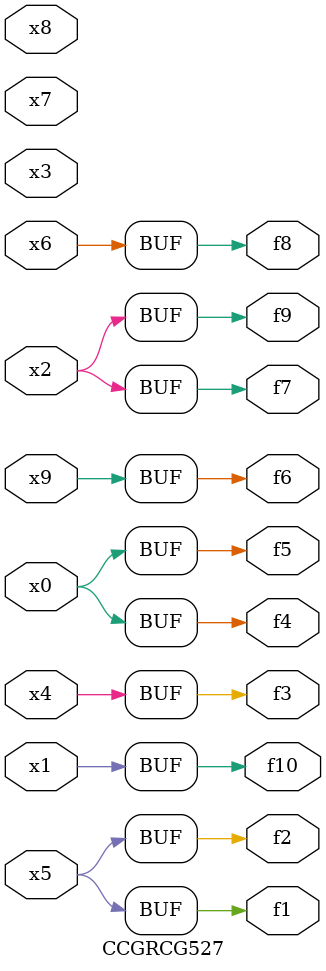
<source format=v>
module CCGRCG527(
	input x0, x1, x2, x3, x4, x5, x6, x7, x8, x9,
	output f1, f2, f3, f4, f5, f6, f7, f8, f9, f10
);
	assign f1 = x5;
	assign f2 = x5;
	assign f3 = x4;
	assign f4 = x0;
	assign f5 = x0;
	assign f6 = x9;
	assign f7 = x2;
	assign f8 = x6;
	assign f9 = x2;
	assign f10 = x1;
endmodule

</source>
